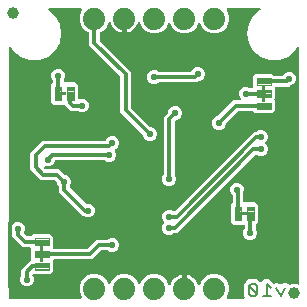
<source format=gbl>
G04 EAGLE Gerber RS-274X export*
G75*
%MOMM*%
%FSLAX34Y34*%
%LPD*%
%INBottom Copper*%
%IPPOS*%
%AMOC8*
5,1,8,0,0,1.08239X$1,22.5*%
G01*
%ADD10C,0.203200*%
%ADD11C,0.099059*%
%ADD12C,1.879600*%
%ADD13C,1.000000*%
%ADD14C,0.304800*%
%ADD15C,0.558800*%

G36*
X64899Y4081D02*
X64899Y4081D01*
X65013Y4091D01*
X65039Y4101D01*
X65067Y4105D01*
X65172Y4152D01*
X65279Y4193D01*
X65301Y4209D01*
X65326Y4221D01*
X65414Y4295D01*
X65505Y4364D01*
X65522Y4387D01*
X65543Y4404D01*
X65607Y4500D01*
X65676Y4592D01*
X65685Y4618D01*
X65701Y4641D01*
X65735Y4751D01*
X65776Y4858D01*
X65778Y4886D01*
X65786Y4912D01*
X65789Y5027D01*
X65799Y5141D01*
X65793Y5166D01*
X65794Y5196D01*
X65727Y5453D01*
X65723Y5469D01*
X63753Y10224D01*
X63753Y15176D01*
X65648Y19751D01*
X69149Y23252D01*
X73724Y25147D01*
X78676Y25147D01*
X83251Y23252D01*
X86752Y19751D01*
X87962Y16829D01*
X87977Y16804D01*
X87986Y16776D01*
X88049Y16681D01*
X88107Y16584D01*
X88128Y16564D01*
X88144Y16539D01*
X88231Y16466D01*
X88313Y16389D01*
X88339Y16375D01*
X88362Y16356D01*
X88465Y16310D01*
X88566Y16259D01*
X88595Y16253D01*
X88622Y16241D01*
X88734Y16225D01*
X88845Y16204D01*
X88874Y16206D01*
X88903Y16202D01*
X89015Y16218D01*
X89128Y16228D01*
X89155Y16239D01*
X89185Y16243D01*
X89288Y16289D01*
X89393Y16330D01*
X89417Y16348D01*
X89444Y16360D01*
X89530Y16433D01*
X89620Y16502D01*
X89638Y16525D01*
X89660Y16544D01*
X89702Y16611D01*
X89790Y16729D01*
X89812Y16788D01*
X89838Y16829D01*
X91048Y19751D01*
X94549Y23252D01*
X99124Y25147D01*
X104076Y25147D01*
X108651Y23252D01*
X112152Y19751D01*
X113362Y16829D01*
X113377Y16804D01*
X113386Y16776D01*
X113449Y16681D01*
X113507Y16584D01*
X113528Y16564D01*
X113544Y16539D01*
X113631Y16466D01*
X113713Y16389D01*
X113739Y16375D01*
X113762Y16356D01*
X113865Y16310D01*
X113966Y16259D01*
X113995Y16253D01*
X114022Y16241D01*
X114134Y16225D01*
X114245Y16204D01*
X114274Y16206D01*
X114303Y16202D01*
X114415Y16218D01*
X114528Y16228D01*
X114555Y16239D01*
X114585Y16243D01*
X114688Y16289D01*
X114793Y16330D01*
X114817Y16348D01*
X114844Y16360D01*
X114930Y16433D01*
X115020Y16502D01*
X115038Y16525D01*
X115060Y16544D01*
X115102Y16611D01*
X115190Y16729D01*
X115212Y16788D01*
X115238Y16829D01*
X116448Y19751D01*
X119949Y23252D01*
X124524Y25147D01*
X129476Y25147D01*
X134051Y23252D01*
X137552Y19751D01*
X139069Y16089D01*
X139104Y16029D01*
X139130Y15965D01*
X139176Y15907D01*
X139213Y15844D01*
X139263Y15796D01*
X139306Y15742D01*
X139366Y15699D01*
X139420Y15649D01*
X139481Y15617D01*
X139538Y15577D01*
X139607Y15552D01*
X139673Y15518D01*
X139740Y15505D01*
X139806Y15482D01*
X139879Y15478D01*
X139952Y15463D01*
X140020Y15469D01*
X140089Y15465D01*
X140161Y15481D01*
X140235Y15488D01*
X140299Y15513D01*
X140367Y15528D01*
X140431Y15563D01*
X140500Y15590D01*
X140555Y15631D01*
X140616Y15665D01*
X140668Y15717D01*
X140727Y15761D01*
X140768Y15817D01*
X140817Y15866D01*
X140846Y15921D01*
X140897Y15989D01*
X140938Y16097D01*
X140972Y16163D01*
X141336Y17283D01*
X142189Y18957D01*
X143294Y20478D01*
X144622Y21806D01*
X146143Y22911D01*
X147817Y23764D01*
X149604Y24345D01*
X150369Y24466D01*
X150369Y13716D01*
X150377Y13658D01*
X150375Y13600D01*
X150397Y13518D01*
X150409Y13435D01*
X150433Y13381D01*
X150447Y13325D01*
X150490Y13252D01*
X150525Y13175D01*
X150563Y13131D01*
X150593Y13080D01*
X150654Y13023D01*
X150709Y12958D01*
X150757Y12926D01*
X150800Y12886D01*
X150875Y12847D01*
X150945Y12801D01*
X151001Y12783D01*
X151053Y12756D01*
X151121Y12745D01*
X151216Y12715D01*
X151316Y12712D01*
X151384Y12701D01*
X153416Y12701D01*
X153474Y12709D01*
X153532Y12708D01*
X153614Y12729D01*
X153697Y12741D01*
X153751Y12765D01*
X153807Y12779D01*
X153880Y12822D01*
X153957Y12857D01*
X154002Y12895D01*
X154052Y12925D01*
X154110Y12986D01*
X154174Y13041D01*
X154206Y13089D01*
X154246Y13132D01*
X154285Y13207D01*
X154331Y13277D01*
X154349Y13333D01*
X154376Y13385D01*
X154387Y13453D01*
X154417Y13548D01*
X154420Y13648D01*
X154431Y13716D01*
X154431Y24466D01*
X155196Y24345D01*
X156983Y23764D01*
X158657Y22911D01*
X160178Y21806D01*
X161506Y20478D01*
X162611Y18957D01*
X163464Y17283D01*
X163828Y16163D01*
X163858Y16101D01*
X163879Y16035D01*
X163920Y15974D01*
X163953Y15908D01*
X163999Y15857D01*
X164038Y15799D01*
X164094Y15752D01*
X164143Y15697D01*
X164202Y15661D01*
X164255Y15616D01*
X164322Y15586D01*
X164385Y15547D01*
X164452Y15529D01*
X164515Y15501D01*
X164588Y15491D01*
X164659Y15471D01*
X164728Y15471D01*
X164797Y15462D01*
X164869Y15472D01*
X164943Y15473D01*
X165010Y15493D01*
X165078Y15502D01*
X165145Y15533D01*
X165216Y15554D01*
X165274Y15591D01*
X165337Y15620D01*
X165393Y15667D01*
X165455Y15707D01*
X165501Y15759D01*
X165553Y15804D01*
X165586Y15857D01*
X165643Y15921D01*
X165692Y16025D01*
X165731Y16089D01*
X167248Y19751D01*
X170749Y23252D01*
X175324Y25147D01*
X180276Y25147D01*
X184851Y23252D01*
X188352Y19751D01*
X190247Y15176D01*
X190247Y10224D01*
X188277Y5469D01*
X188248Y5357D01*
X188214Y5248D01*
X188213Y5220D01*
X188206Y5193D01*
X188209Y5079D01*
X188206Y4964D01*
X188213Y4937D01*
X188214Y4909D01*
X188249Y4800D01*
X188278Y4689D01*
X188292Y4665D01*
X188301Y4638D01*
X188365Y4543D01*
X188423Y4444D01*
X188444Y4425D01*
X188459Y4402D01*
X188547Y4328D01*
X188631Y4250D01*
X188655Y4237D01*
X188677Y4219D01*
X188781Y4173D01*
X188884Y4120D01*
X188908Y4116D01*
X188936Y4104D01*
X189200Y4067D01*
X189215Y4065D01*
X202610Y4065D01*
X202639Y4069D01*
X202669Y4066D01*
X202780Y4089D01*
X202892Y4105D01*
X202919Y4117D01*
X202947Y4122D01*
X203048Y4175D01*
X203151Y4221D01*
X203174Y4240D01*
X203200Y4253D01*
X203282Y4331D01*
X203368Y4404D01*
X203384Y4429D01*
X203406Y4449D01*
X203463Y4547D01*
X203526Y4641D01*
X203535Y4669D01*
X203550Y4694D01*
X203577Y4804D01*
X203612Y4912D01*
X203612Y4942D01*
X203620Y4970D01*
X203616Y5083D01*
X203619Y5196D01*
X203611Y5225D01*
X203611Y5254D01*
X203576Y5362D01*
X203547Y5471D01*
X203532Y5497D01*
X203523Y5525D01*
X203477Y5589D01*
X203402Y5716D01*
X203356Y5759D01*
X203328Y5798D01*
X202934Y6192D01*
X202934Y15102D01*
X202934Y16677D01*
X204416Y18159D01*
X204416Y18160D01*
X204980Y18723D01*
X207095Y20838D01*
X210233Y20838D01*
X210234Y20838D01*
X210536Y20838D01*
X210882Y20838D01*
X210883Y20838D01*
X214021Y20838D01*
X216067Y18792D01*
X216577Y18282D01*
X216623Y18247D01*
X216664Y18205D01*
X216737Y18162D01*
X216804Y18111D01*
X216859Y18091D01*
X216909Y18061D01*
X216991Y18040D01*
X217070Y18010D01*
X217128Y18005D01*
X217185Y17991D01*
X217269Y17994D01*
X217353Y17987D01*
X217410Y17998D01*
X217469Y18000D01*
X217549Y18026D01*
X217632Y18042D01*
X217684Y18069D01*
X217739Y18087D01*
X217796Y18127D01*
X217884Y18173D01*
X217956Y18242D01*
X218013Y18282D01*
X219356Y19626D01*
X220568Y20838D01*
X223936Y20838D01*
X225785Y18989D01*
X226614Y18160D01*
X226614Y18159D01*
X227621Y17152D01*
X227652Y17129D01*
X227677Y17101D01*
X227765Y17044D01*
X227849Y16981D01*
X227884Y16968D01*
X227916Y16947D01*
X228016Y16917D01*
X228114Y16880D01*
X228152Y16877D01*
X228188Y16866D01*
X228293Y16865D01*
X228398Y16856D01*
X228435Y16864D01*
X228472Y16863D01*
X228547Y16886D01*
X228676Y16912D01*
X228741Y16946D01*
X228793Y16962D01*
X230075Y17603D01*
X233625Y16419D01*
X233640Y16417D01*
X233654Y16410D01*
X233780Y16391D01*
X233905Y16368D01*
X233920Y16370D01*
X233935Y16367D01*
X234003Y16378D01*
X234187Y16396D01*
X234231Y16414D01*
X234267Y16419D01*
X237817Y17603D01*
X240708Y16157D01*
X240824Y16118D01*
X240940Y16075D01*
X240959Y16073D01*
X240977Y16067D01*
X241100Y16062D01*
X241223Y16052D01*
X241240Y16056D01*
X241261Y16055D01*
X241537Y16122D01*
X241544Y16126D01*
X241550Y16127D01*
X243509Y16939D01*
X246711Y16939D01*
X248531Y16185D01*
X248643Y16156D01*
X248752Y16121D01*
X248780Y16121D01*
X248807Y16114D01*
X248921Y16117D01*
X249036Y16114D01*
X249063Y16121D01*
X249091Y16122D01*
X249200Y16157D01*
X249311Y16186D01*
X249335Y16200D01*
X249362Y16208D01*
X249457Y16273D01*
X249556Y16331D01*
X249575Y16351D01*
X249598Y16367D01*
X249672Y16455D01*
X249750Y16538D01*
X249763Y16563D01*
X249781Y16584D01*
X249827Y16689D01*
X249880Y16792D01*
X249884Y16816D01*
X249896Y16844D01*
X249933Y17108D01*
X249935Y17123D01*
X249935Y216551D01*
X249933Y216571D01*
X249935Y216590D01*
X249913Y216711D01*
X249895Y216833D01*
X249887Y216851D01*
X249884Y216870D01*
X249829Y216980D01*
X249779Y217092D01*
X249767Y217107D01*
X249758Y217125D01*
X249675Y217216D01*
X249596Y217309D01*
X249579Y217320D01*
X249566Y217335D01*
X249461Y217399D01*
X249359Y217467D01*
X249340Y217473D01*
X249324Y217483D01*
X249205Y217516D01*
X249088Y217553D01*
X249068Y217553D01*
X249049Y217558D01*
X248927Y217557D01*
X248804Y217560D01*
X248785Y217555D01*
X248765Y217555D01*
X248647Y217519D01*
X248529Y217488D01*
X248512Y217478D01*
X248493Y217472D01*
X248390Y217406D01*
X248284Y217343D01*
X248271Y217329D01*
X248254Y217318D01*
X248208Y217261D01*
X248090Y217136D01*
X248066Y217090D01*
X248041Y217059D01*
X246185Y213844D01*
X240078Y208720D01*
X232586Y205993D01*
X224614Y205993D01*
X217122Y208720D01*
X211015Y213844D01*
X207029Y220749D01*
X205645Y228600D01*
X207029Y236451D01*
X211015Y243355D01*
X216720Y248142D01*
X216769Y248197D01*
X216825Y248245D01*
X216864Y248302D01*
X216910Y248354D01*
X216942Y248420D01*
X216983Y248481D01*
X217004Y248547D01*
X217034Y248610D01*
X217046Y248682D01*
X217068Y248752D01*
X217070Y248821D01*
X217082Y248890D01*
X217074Y248963D01*
X217076Y249036D01*
X217058Y249103D01*
X217051Y249172D01*
X217023Y249240D01*
X217004Y249311D01*
X216969Y249371D01*
X216942Y249435D01*
X216896Y249493D01*
X216859Y249556D01*
X216808Y249603D01*
X216765Y249657D01*
X216705Y249700D01*
X216651Y249750D01*
X216590Y249782D01*
X216533Y249822D01*
X216464Y249846D01*
X216398Y249880D01*
X216340Y249890D01*
X216265Y249916D01*
X216143Y249923D01*
X216067Y249935D01*
X189215Y249935D01*
X189101Y249919D01*
X188987Y249909D01*
X188961Y249899D01*
X188933Y249895D01*
X188828Y249848D01*
X188721Y249807D01*
X188699Y249791D01*
X188674Y249779D01*
X188586Y249705D01*
X188495Y249636D01*
X188478Y249613D01*
X188457Y249596D01*
X188393Y249500D01*
X188325Y249408D01*
X188315Y249382D01*
X188299Y249359D01*
X188265Y249249D01*
X188224Y249142D01*
X188222Y249114D01*
X188214Y249088D01*
X188211Y248973D01*
X188201Y248859D01*
X188207Y248834D01*
X188206Y248804D01*
X188273Y248547D01*
X188277Y248531D01*
X190247Y243776D01*
X190247Y238824D01*
X188352Y234249D01*
X184851Y230748D01*
X180276Y228853D01*
X175324Y228853D01*
X170749Y230748D01*
X167248Y234249D01*
X166038Y237171D01*
X166023Y237196D01*
X166014Y237224D01*
X165951Y237319D01*
X165893Y237416D01*
X165872Y237436D01*
X165856Y237461D01*
X165769Y237534D01*
X165687Y237611D01*
X165661Y237625D01*
X165638Y237644D01*
X165535Y237690D01*
X165434Y237741D01*
X165405Y237747D01*
X165378Y237759D01*
X165266Y237775D01*
X165155Y237796D01*
X165126Y237794D01*
X165097Y237798D01*
X164985Y237782D01*
X164872Y237772D01*
X164845Y237761D01*
X164815Y237757D01*
X164712Y237711D01*
X164607Y237670D01*
X164583Y237652D01*
X164556Y237640D01*
X164470Y237567D01*
X164380Y237498D01*
X164362Y237475D01*
X164340Y237456D01*
X164298Y237389D01*
X164210Y237271D01*
X164188Y237212D01*
X164162Y237171D01*
X162952Y234249D01*
X159451Y230748D01*
X154876Y228853D01*
X149924Y228853D01*
X145349Y230748D01*
X141848Y234249D01*
X140638Y237171D01*
X140623Y237196D01*
X140614Y237224D01*
X140551Y237319D01*
X140493Y237416D01*
X140472Y237436D01*
X140456Y237461D01*
X140369Y237534D01*
X140287Y237611D01*
X140261Y237625D01*
X140238Y237644D01*
X140135Y237690D01*
X140034Y237741D01*
X140005Y237747D01*
X139978Y237759D01*
X139866Y237775D01*
X139755Y237796D01*
X139726Y237794D01*
X139697Y237798D01*
X139585Y237782D01*
X139472Y237772D01*
X139445Y237761D01*
X139415Y237757D01*
X139312Y237711D01*
X139207Y237670D01*
X139183Y237652D01*
X139156Y237640D01*
X139070Y237567D01*
X138980Y237498D01*
X138962Y237475D01*
X138940Y237456D01*
X138898Y237389D01*
X138810Y237271D01*
X138788Y237212D01*
X138762Y237171D01*
X137552Y234249D01*
X134051Y230748D01*
X129476Y228853D01*
X124524Y228853D01*
X119949Y230748D01*
X116448Y234249D01*
X114931Y237911D01*
X114896Y237971D01*
X114870Y238035D01*
X114824Y238093D01*
X114787Y238156D01*
X114737Y238204D01*
X114694Y238258D01*
X114634Y238301D01*
X114580Y238351D01*
X114519Y238383D01*
X114462Y238423D01*
X114393Y238448D01*
X114327Y238482D01*
X114260Y238495D01*
X114194Y238518D01*
X114121Y238522D01*
X114048Y238537D01*
X113980Y238531D01*
X113911Y238535D01*
X113839Y238519D01*
X113765Y238512D01*
X113701Y238487D01*
X113633Y238472D01*
X113569Y238437D01*
X113500Y238410D01*
X113445Y238368D01*
X113384Y238335D01*
X113332Y238283D01*
X113273Y238239D01*
X113232Y238183D01*
X113183Y238134D01*
X113154Y238079D01*
X113103Y238011D01*
X113062Y237903D01*
X113028Y237837D01*
X112664Y236717D01*
X111811Y235043D01*
X110706Y233522D01*
X109378Y232194D01*
X107857Y231089D01*
X106183Y230236D01*
X104396Y229655D01*
X103631Y229534D01*
X103631Y240284D01*
X103623Y240342D01*
X103625Y240400D01*
X103603Y240482D01*
X103591Y240565D01*
X103567Y240619D01*
X103553Y240675D01*
X103510Y240748D01*
X103475Y240825D01*
X103437Y240869D01*
X103407Y240920D01*
X103346Y240977D01*
X103291Y241042D01*
X103243Y241074D01*
X103200Y241114D01*
X103125Y241153D01*
X103055Y241199D01*
X102999Y241217D01*
X102947Y241244D01*
X102879Y241255D01*
X102784Y241285D01*
X102684Y241288D01*
X102616Y241299D01*
X100584Y241299D01*
X100526Y241291D01*
X100468Y241292D01*
X100386Y241271D01*
X100303Y241259D01*
X100249Y241235D01*
X100193Y241221D01*
X100120Y241178D01*
X100043Y241143D01*
X99998Y241105D01*
X99948Y241075D01*
X99890Y241014D01*
X99826Y240959D01*
X99794Y240911D01*
X99754Y240868D01*
X99715Y240793D01*
X99669Y240723D01*
X99651Y240667D01*
X99624Y240615D01*
X99613Y240547D01*
X99583Y240452D01*
X99580Y240352D01*
X99569Y240284D01*
X99569Y229534D01*
X98804Y229655D01*
X97017Y230236D01*
X95343Y231089D01*
X93822Y232194D01*
X92494Y233522D01*
X91389Y235043D01*
X90536Y236717D01*
X90172Y237837D01*
X90142Y237899D01*
X90121Y237965D01*
X90080Y238026D01*
X90047Y238092D01*
X90001Y238143D01*
X89962Y238201D01*
X89906Y238248D01*
X89857Y238303D01*
X89798Y238339D01*
X89745Y238384D01*
X89678Y238414D01*
X89615Y238452D01*
X89548Y238471D01*
X89485Y238499D01*
X89412Y238509D01*
X89341Y238529D01*
X89272Y238529D01*
X89204Y238538D01*
X89131Y238528D01*
X89057Y238527D01*
X88990Y238507D01*
X88922Y238497D01*
X88855Y238467D01*
X88784Y238446D01*
X88726Y238409D01*
X88663Y238380D01*
X88607Y238333D01*
X88545Y238293D01*
X88499Y238241D01*
X88447Y238196D01*
X88414Y238143D01*
X88357Y238079D01*
X88308Y237975D01*
X88269Y237911D01*
X86752Y234249D01*
X83251Y230748D01*
X81399Y229981D01*
X81398Y229981D01*
X81397Y229980D01*
X81276Y229909D01*
X81155Y229837D01*
X81154Y229836D01*
X81152Y229835D01*
X81055Y229731D01*
X80959Y229630D01*
X80959Y229629D01*
X80958Y229628D01*
X80893Y229502D01*
X80829Y229378D01*
X80829Y229376D01*
X80828Y229375D01*
X80826Y229360D01*
X80774Y229099D01*
X80777Y229068D01*
X80773Y229043D01*
X80773Y223295D01*
X80780Y223247D01*
X80779Y223242D01*
X80781Y223237D01*
X80785Y223208D01*
X80788Y223121D01*
X80805Y223068D01*
X80813Y223013D01*
X80848Y222933D01*
X80875Y222850D01*
X80903Y222811D01*
X80929Y222754D01*
X81025Y222640D01*
X81070Y222577D01*
X107443Y196204D01*
X107443Y166145D01*
X107455Y166058D01*
X107458Y165971D01*
X107475Y165918D01*
X107483Y165863D01*
X107518Y165783D01*
X107545Y165700D01*
X107573Y165661D01*
X107599Y165604D01*
X107695Y165490D01*
X107740Y165427D01*
X123517Y149650D01*
X123587Y149598D01*
X123650Y149538D01*
X123700Y149512D01*
X123744Y149479D01*
X123826Y149448D01*
X123904Y149408D01*
X123951Y149400D01*
X124010Y149378D01*
X124157Y149366D01*
X124235Y149353D01*
X124352Y149353D01*
X126500Y148463D01*
X128143Y146820D01*
X129033Y144672D01*
X129033Y142348D01*
X128143Y140200D01*
X126500Y138557D01*
X124352Y137667D01*
X122028Y137667D01*
X119880Y138557D01*
X118237Y140200D01*
X117347Y142348D01*
X117347Y142465D01*
X117335Y142552D01*
X117332Y142639D01*
X117315Y142692D01*
X117307Y142747D01*
X117272Y142827D01*
X117245Y142910D01*
X117217Y142949D01*
X117191Y143006D01*
X117095Y143120D01*
X117050Y143183D01*
X98297Y161936D01*
X98297Y191995D01*
X98285Y192082D01*
X98282Y192169D01*
X98265Y192222D01*
X98257Y192277D01*
X98222Y192357D01*
X98195Y192440D01*
X98167Y192479D01*
X98141Y192536D01*
X98045Y192650D01*
X98000Y192713D01*
X71627Y219086D01*
X71627Y229043D01*
X71627Y229045D01*
X71627Y229047D01*
X71607Y229184D01*
X71587Y229325D01*
X71587Y229326D01*
X71587Y229328D01*
X71530Y229454D01*
X71471Y229584D01*
X71470Y229586D01*
X71469Y229587D01*
X71378Y229694D01*
X71288Y229801D01*
X71286Y229802D01*
X71285Y229803D01*
X71272Y229812D01*
X71051Y229959D01*
X71022Y229968D01*
X71001Y229981D01*
X69149Y230748D01*
X65648Y234249D01*
X63753Y238824D01*
X63753Y243776D01*
X65723Y248531D01*
X65752Y248643D01*
X65786Y248752D01*
X65787Y248780D01*
X65794Y248807D01*
X65791Y248921D01*
X65794Y249036D01*
X65787Y249063D01*
X65786Y249091D01*
X65751Y249200D01*
X65722Y249311D01*
X65708Y249335D01*
X65699Y249362D01*
X65635Y249457D01*
X65577Y249556D01*
X65556Y249575D01*
X65541Y249598D01*
X65453Y249672D01*
X65369Y249750D01*
X65345Y249763D01*
X65323Y249781D01*
X65219Y249827D01*
X65116Y249880D01*
X65092Y249884D01*
X65064Y249896D01*
X64800Y249933D01*
X64785Y249935D01*
X37933Y249935D01*
X37860Y249925D01*
X37786Y249925D01*
X37720Y249905D01*
X37651Y249895D01*
X37584Y249865D01*
X37514Y249845D01*
X37455Y249808D01*
X37392Y249779D01*
X37336Y249732D01*
X37274Y249692D01*
X37228Y249640D01*
X37175Y249596D01*
X37134Y249534D01*
X37085Y249479D01*
X37056Y249417D01*
X37017Y249359D01*
X36995Y249289D01*
X36964Y249222D01*
X36952Y249154D01*
X36932Y249088D01*
X36930Y249014D01*
X36918Y248942D01*
X36926Y248873D01*
X36924Y248804D01*
X36943Y248733D01*
X36952Y248659D01*
X36979Y248596D01*
X36996Y248529D01*
X37034Y248465D01*
X37062Y248398D01*
X37101Y248353D01*
X37141Y248284D01*
X37231Y248200D01*
X37280Y248142D01*
X42985Y243356D01*
X46971Y236451D01*
X48355Y228600D01*
X46971Y220749D01*
X42985Y213845D01*
X36878Y208720D01*
X29386Y205993D01*
X21414Y205993D01*
X13922Y208720D01*
X7815Y213844D01*
X5959Y217059D01*
X5947Y217074D01*
X5939Y217092D01*
X5860Y217186D01*
X5784Y217283D01*
X5768Y217294D01*
X5755Y217309D01*
X5653Y217378D01*
X5554Y217449D01*
X5535Y217456D01*
X5519Y217467D01*
X5401Y217504D01*
X5286Y217546D01*
X5266Y217547D01*
X5248Y217553D01*
X5125Y217556D01*
X5002Y217564D01*
X4983Y217559D01*
X4964Y217560D01*
X4845Y217529D01*
X4725Y217502D01*
X4707Y217493D01*
X4689Y217488D01*
X4583Y217426D01*
X4475Y217367D01*
X4461Y217353D01*
X4444Y217343D01*
X4360Y217253D01*
X4273Y217167D01*
X4263Y217150D01*
X4250Y217136D01*
X4194Y217026D01*
X4134Y216919D01*
X4129Y216900D01*
X4120Y216882D01*
X4108Y216810D01*
X4069Y216642D01*
X4071Y216591D01*
X4065Y216551D01*
X4065Y66090D01*
X4077Y66005D01*
X4079Y65919D01*
X4097Y65865D01*
X4105Y65809D01*
X4140Y65731D01*
X4166Y65649D01*
X4198Y65601D01*
X4221Y65550D01*
X4276Y65484D01*
X4324Y65413D01*
X4368Y65376D01*
X4404Y65333D01*
X4476Y65285D01*
X4542Y65230D01*
X4594Y65206D01*
X4641Y65175D01*
X4723Y65149D01*
X4802Y65114D01*
X4858Y65106D01*
X4912Y65089D01*
X4998Y65087D01*
X5083Y65075D01*
X5139Y65083D01*
X5196Y65082D01*
X5279Y65104D01*
X5365Y65116D01*
X5416Y65139D01*
X5471Y65154D01*
X5545Y65198D01*
X5624Y65233D01*
X5667Y65270D01*
X5716Y65299D01*
X5775Y65362D01*
X5840Y65417D01*
X5866Y65459D01*
X5910Y65506D01*
X5976Y65635D01*
X6018Y65702D01*
X6477Y66810D01*
X8120Y68453D01*
X10268Y69343D01*
X12592Y69343D01*
X14740Y68453D01*
X16383Y66810D01*
X17273Y64662D01*
X17273Y62338D01*
X16568Y60636D01*
X16567Y60634D01*
X16566Y60633D01*
X16533Y60501D01*
X16497Y60360D01*
X16497Y60359D01*
X16496Y60357D01*
X16501Y60216D01*
X16505Y60076D01*
X16505Y60075D01*
X16505Y60073D01*
X16549Y59939D01*
X16591Y59805D01*
X16592Y59804D01*
X16593Y59802D01*
X16601Y59790D01*
X16750Y59569D01*
X16773Y59549D01*
X16788Y59529D01*
X19123Y57194D01*
X19193Y57142D01*
X19256Y57082D01*
X19306Y57056D01*
X19350Y57023D01*
X19432Y56992D01*
X19510Y56952D01*
X19557Y56944D01*
X19616Y56922D01*
X19763Y56910D01*
X19841Y56897D01*
X22229Y56897D01*
X22315Y56909D01*
X22403Y56912D01*
X22456Y56929D01*
X22510Y56937D01*
X22590Y56972D01*
X22673Y56999D01*
X22713Y57027D01*
X22770Y57053D01*
X22883Y57149D01*
X22947Y57194D01*
X24427Y58675D01*
X39073Y58675D01*
X41149Y56599D01*
X41149Y47994D01*
X41144Y47989D01*
X41134Y47961D01*
X41118Y47937D01*
X41083Y47829D01*
X41043Y47723D01*
X41041Y47694D01*
X41032Y47666D01*
X41029Y47553D01*
X41020Y47440D01*
X41025Y47411D01*
X41025Y47382D01*
X41053Y47272D01*
X41075Y47161D01*
X41089Y47135D01*
X41096Y47107D01*
X41154Y47010D01*
X41206Y46909D01*
X41227Y46887D01*
X41242Y46862D01*
X41324Y46785D01*
X41402Y46703D01*
X41428Y46688D01*
X41449Y46668D01*
X41550Y46616D01*
X41647Y46559D01*
X41676Y46552D01*
X41702Y46538D01*
X41779Y46525D01*
X41923Y46489D01*
X41986Y46491D01*
X42033Y46483D01*
X70075Y46483D01*
X70162Y46495D01*
X70249Y46498D01*
X70302Y46515D01*
X70357Y46523D01*
X70437Y46558D01*
X70520Y46585D01*
X70559Y46613D01*
X70616Y46639D01*
X70730Y46735D01*
X70793Y46780D01*
X78116Y54103D01*
X87329Y54103D01*
X87416Y54115D01*
X87503Y54118D01*
X87556Y54135D01*
X87611Y54143D01*
X87691Y54178D01*
X87774Y54205D01*
X87813Y54233D01*
X87870Y54259D01*
X87984Y54355D01*
X88047Y54400D01*
X88130Y54483D01*
X90278Y55373D01*
X92602Y55373D01*
X94750Y54483D01*
X96393Y52840D01*
X97283Y50692D01*
X97283Y48368D01*
X96393Y46220D01*
X94750Y44577D01*
X92602Y43687D01*
X90278Y43687D01*
X88130Y44577D01*
X88047Y44660D01*
X87977Y44712D01*
X87914Y44772D01*
X87864Y44798D01*
X87820Y44831D01*
X87738Y44862D01*
X87660Y44902D01*
X87613Y44910D01*
X87554Y44932D01*
X87407Y44944D01*
X87329Y44957D01*
X82325Y44957D01*
X82238Y44945D01*
X82151Y44942D01*
X82098Y44925D01*
X82043Y44917D01*
X81963Y44882D01*
X81880Y44855D01*
X81841Y44827D01*
X81784Y44801D01*
X81670Y44705D01*
X81607Y44660D01*
X74284Y37337D01*
X42033Y37337D01*
X42004Y37333D01*
X41975Y37336D01*
X41864Y37313D01*
X41752Y37297D01*
X41725Y37285D01*
X41696Y37280D01*
X41595Y37227D01*
X41492Y37181D01*
X41470Y37162D01*
X41444Y37149D01*
X41362Y37071D01*
X41275Y36998D01*
X41259Y36973D01*
X41238Y36953D01*
X41181Y36855D01*
X41118Y36761D01*
X41109Y36733D01*
X41094Y36708D01*
X41066Y36598D01*
X41032Y36490D01*
X41031Y36460D01*
X41024Y36432D01*
X41028Y36319D01*
X41025Y36206D01*
X41032Y36177D01*
X41033Y36148D01*
X41068Y36040D01*
X41096Y35931D01*
X41111Y35905D01*
X41120Y35877D01*
X41149Y35838D01*
X41149Y27221D01*
X39073Y25145D01*
X24895Y25145D01*
X24781Y25129D01*
X24667Y25119D01*
X24641Y25109D01*
X24613Y25105D01*
X24508Y25058D01*
X24401Y25017D01*
X24379Y25001D01*
X24354Y24989D01*
X24266Y24915D01*
X24175Y24846D01*
X24158Y24823D01*
X24137Y24806D01*
X24073Y24710D01*
X24005Y24618D01*
X23995Y24592D01*
X23979Y24569D01*
X23945Y24459D01*
X23904Y24352D01*
X23902Y24324D01*
X23894Y24298D01*
X23891Y24183D01*
X23881Y24069D01*
X23887Y24044D01*
X23886Y24014D01*
X23953Y23757D01*
X23957Y23741D01*
X24893Y21482D01*
X24893Y19158D01*
X24003Y17010D01*
X22360Y15367D01*
X20212Y14477D01*
X17888Y14477D01*
X15740Y15367D01*
X14097Y17010D01*
X13207Y19158D01*
X13207Y21482D01*
X14097Y23630D01*
X14180Y23713D01*
X14232Y23783D01*
X14292Y23846D01*
X14318Y23896D01*
X14351Y23940D01*
X14382Y24022D01*
X14422Y24100D01*
X14430Y24147D01*
X14452Y24206D01*
X14464Y24353D01*
X14477Y24431D01*
X14477Y28564D01*
X19006Y33093D01*
X22232Y36319D01*
X22267Y36366D01*
X22310Y36406D01*
X22352Y36479D01*
X22403Y36546D01*
X22424Y36601D01*
X22453Y36651D01*
X22474Y36733D01*
X22504Y36812D01*
X22509Y36870D01*
X22523Y36927D01*
X22521Y37011D01*
X22528Y37095D01*
X22516Y37152D01*
X22514Y37211D01*
X22488Y37291D01*
X22472Y37374D01*
X22445Y37426D01*
X22427Y37481D01*
X22387Y37538D01*
X22351Y37606D01*
X22351Y46240D01*
X22356Y46245D01*
X22366Y46273D01*
X22382Y46297D01*
X22417Y46405D01*
X22457Y46511D01*
X22459Y46540D01*
X22468Y46568D01*
X22471Y46681D01*
X22480Y46794D01*
X22475Y46823D01*
X22475Y46852D01*
X22447Y46962D01*
X22425Y47073D01*
X22411Y47099D01*
X22404Y47127D01*
X22346Y47224D01*
X22294Y47325D01*
X22273Y47347D01*
X22258Y47372D01*
X22176Y47449D01*
X22098Y47531D01*
X22072Y47546D01*
X22051Y47566D01*
X21950Y47618D01*
X21853Y47675D01*
X21824Y47682D01*
X21798Y47696D01*
X21721Y47709D01*
X21577Y47745D01*
X21514Y47743D01*
X21467Y47751D01*
X15632Y47751D01*
X6857Y56526D01*
X6857Y59389D01*
X6845Y59476D01*
X6842Y59563D01*
X6825Y59616D01*
X6817Y59671D01*
X6782Y59751D01*
X6755Y59834D01*
X6727Y59873D01*
X6701Y59930D01*
X6605Y60044D01*
X6560Y60107D01*
X6477Y60190D01*
X6018Y61298D01*
X5974Y61372D01*
X5939Y61450D01*
X5902Y61494D01*
X5873Y61543D01*
X5811Y61602D01*
X5755Y61667D01*
X5708Y61699D01*
X5667Y61738D01*
X5590Y61777D01*
X5519Y61825D01*
X5465Y61842D01*
X5414Y61868D01*
X5330Y61885D01*
X5248Y61911D01*
X5191Y61912D01*
X5135Y61923D01*
X5050Y61916D01*
X4964Y61918D01*
X4909Y61904D01*
X4852Y61899D01*
X4771Y61868D01*
X4689Y61846D01*
X4640Y61817D01*
X4587Y61797D01*
X4518Y61745D01*
X4444Y61701D01*
X4405Y61660D01*
X4360Y61625D01*
X4308Y61556D01*
X4250Y61494D01*
X4224Y61443D01*
X4190Y61398D01*
X4159Y61317D01*
X4120Y61241D01*
X4112Y61192D01*
X4089Y61132D01*
X4078Y60987D01*
X4065Y60910D01*
X4065Y5080D01*
X4073Y5022D01*
X4071Y4964D01*
X4093Y4882D01*
X4105Y4798D01*
X4128Y4745D01*
X4143Y4689D01*
X4186Y4616D01*
X4221Y4539D01*
X4259Y4494D01*
X4288Y4444D01*
X4350Y4386D01*
X4404Y4322D01*
X4453Y4290D01*
X4496Y4250D01*
X4571Y4211D01*
X4641Y4164D01*
X4697Y4147D01*
X4749Y4120D01*
X4817Y4109D01*
X4912Y4079D01*
X5012Y4076D01*
X5080Y4065D01*
X64785Y4065D01*
X64899Y4081D01*
G37*
%LPC*%
G36*
X69958Y72897D02*
X69958Y72897D01*
X67810Y73787D01*
X67727Y73870D01*
X67657Y73922D01*
X67594Y73982D01*
X67544Y74008D01*
X67500Y74041D01*
X67418Y74072D01*
X67340Y74112D01*
X67293Y74120D01*
X67234Y74142D01*
X67087Y74154D01*
X67009Y74167D01*
X66686Y74167D01*
X46227Y94626D01*
X46227Y98759D01*
X46215Y98846D01*
X46212Y98933D01*
X46195Y98986D01*
X46187Y99041D01*
X46152Y99121D01*
X46125Y99204D01*
X46097Y99243D01*
X46071Y99300D01*
X45975Y99414D01*
X45930Y99477D01*
X45847Y99560D01*
X44957Y101708D01*
X44957Y101825D01*
X44945Y101912D01*
X44942Y101999D01*
X44925Y102052D01*
X44917Y102107D01*
X44882Y102187D01*
X44855Y102270D01*
X44827Y102309D01*
X44801Y102366D01*
X44705Y102480D01*
X44660Y102543D01*
X42853Y104350D01*
X42783Y104402D01*
X42720Y104462D01*
X42670Y104488D01*
X42626Y104521D01*
X42544Y104552D01*
X42466Y104592D01*
X42419Y104600D01*
X42360Y104622D01*
X42213Y104634D01*
X42135Y104647D01*
X31126Y104647D01*
X22097Y113676D01*
X22097Y127624D01*
X25073Y130600D01*
X29420Y134947D01*
X32396Y137923D01*
X85279Y137923D01*
X85281Y137923D01*
X85283Y137923D01*
X85422Y137943D01*
X85561Y137963D01*
X85562Y137963D01*
X85564Y137963D01*
X85690Y138020D01*
X85820Y138079D01*
X85822Y138080D01*
X85823Y138081D01*
X85928Y138170D01*
X86037Y138262D01*
X86038Y138264D01*
X86039Y138265D01*
X86048Y138278D01*
X86195Y138499D01*
X86204Y138528D01*
X86217Y138549D01*
X86487Y139200D01*
X88130Y140843D01*
X90278Y141733D01*
X92602Y141733D01*
X94750Y140843D01*
X96393Y139200D01*
X97283Y137052D01*
X97283Y134728D01*
X96393Y132580D01*
X94750Y130937D01*
X94178Y130700D01*
X94079Y130642D01*
X93977Y130589D01*
X93957Y130570D01*
X93933Y130556D01*
X93854Y130472D01*
X93771Y130393D01*
X93757Y130369D01*
X93738Y130349D01*
X93686Y130247D01*
X93627Y130148D01*
X93621Y130121D01*
X93608Y130096D01*
X93586Y129984D01*
X93557Y129872D01*
X93558Y129844D01*
X93553Y129817D01*
X93563Y129703D01*
X93566Y129588D01*
X93575Y129562D01*
X93577Y129534D01*
X93618Y129427D01*
X93654Y129317D01*
X93668Y129297D01*
X93679Y129269D01*
X93840Y129056D01*
X93849Y129044D01*
X93853Y129040D01*
X94743Y126892D01*
X94743Y124568D01*
X93853Y122420D01*
X92210Y120777D01*
X90062Y119887D01*
X87738Y119887D01*
X85590Y120777D01*
X85507Y120860D01*
X85437Y120912D01*
X85374Y120972D01*
X85324Y120998D01*
X85280Y121031D01*
X85198Y121062D01*
X85120Y121102D01*
X85073Y121110D01*
X85014Y121132D01*
X84867Y121144D01*
X84789Y121157D01*
X43517Y121157D01*
X43515Y121157D01*
X43513Y121157D01*
X43373Y121137D01*
X43235Y121117D01*
X43234Y121117D01*
X43232Y121117D01*
X43106Y121060D01*
X42976Y121001D01*
X42974Y121000D01*
X42973Y120999D01*
X42864Y120907D01*
X42759Y120818D01*
X42758Y120816D01*
X42757Y120815D01*
X42748Y120802D01*
X42601Y120581D01*
X42592Y120552D01*
X42579Y120531D01*
X41783Y118610D01*
X40140Y116967D01*
X37992Y116077D01*
X35668Y116077D01*
X35197Y116272D01*
X35113Y116294D01*
X35033Y116324D01*
X34976Y116329D01*
X34921Y116343D01*
X34835Y116341D01*
X34750Y116348D01*
X34694Y116337D01*
X34637Y116335D01*
X34555Y116309D01*
X34471Y116292D01*
X34421Y116266D01*
X34366Y116249D01*
X34295Y116201D01*
X34219Y116161D01*
X34178Y116122D01*
X34130Y116090D01*
X34075Y116025D01*
X34013Y115965D01*
X33984Y115916D01*
X33947Y115873D01*
X33912Y115794D01*
X33869Y115720D01*
X33855Y115665D01*
X33832Y115613D01*
X33820Y115528D01*
X33799Y115445D01*
X33801Y115388D01*
X33793Y115331D01*
X33805Y115246D01*
X33808Y115160D01*
X33825Y115106D01*
X33834Y115050D01*
X33869Y114972D01*
X33895Y114890D01*
X33924Y114850D01*
X33951Y114791D01*
X34045Y114681D01*
X34090Y114617D01*
X34617Y114090D01*
X34687Y114037D01*
X34750Y113978D01*
X34800Y113952D01*
X34844Y113919D01*
X34926Y113888D01*
X35004Y113848D01*
X35051Y113840D01*
X35110Y113818D01*
X35257Y113806D01*
X35335Y113793D01*
X46344Y113793D01*
X51127Y109010D01*
X51197Y108958D01*
X51260Y108898D01*
X51310Y108872D01*
X51354Y108839D01*
X51436Y108808D01*
X51514Y108768D01*
X51561Y108760D01*
X51620Y108738D01*
X51767Y108726D01*
X51845Y108713D01*
X51962Y108713D01*
X54110Y107823D01*
X55753Y106180D01*
X56643Y104032D01*
X56643Y101708D01*
X55753Y99560D01*
X55708Y99515D01*
X55673Y99468D01*
X55630Y99428D01*
X55588Y99355D01*
X55537Y99288D01*
X55516Y99233D01*
X55486Y99183D01*
X55466Y99101D01*
X55436Y99022D01*
X55431Y98964D01*
X55416Y98907D01*
X55419Y98823D01*
X55412Y98739D01*
X55424Y98681D01*
X55425Y98623D01*
X55451Y98543D01*
X55468Y98460D01*
X55495Y98408D01*
X55513Y98352D01*
X55553Y98296D01*
X55599Y98208D01*
X55668Y98135D01*
X55708Y98079D01*
X68945Y84842D01*
X68947Y84841D01*
X68948Y84839D01*
X69063Y84753D01*
X69172Y84671D01*
X69174Y84670D01*
X69175Y84669D01*
X69307Y84620D01*
X69438Y84570D01*
X69440Y84569D01*
X69441Y84569D01*
X69582Y84558D01*
X69721Y84546D01*
X69723Y84546D01*
X69725Y84546D01*
X69742Y84550D01*
X69905Y84583D01*
X72282Y84583D01*
X74430Y83693D01*
X76073Y82050D01*
X76963Y79902D01*
X76963Y77578D01*
X76073Y75430D01*
X74430Y73787D01*
X72282Y72897D01*
X69958Y72897D01*
G37*
%LPD*%
%LPC*%
G36*
X138538Y58419D02*
X138538Y58419D01*
X136390Y59309D01*
X134747Y60952D01*
X133857Y63100D01*
X133857Y65424D01*
X134747Y67572D01*
X135418Y68243D01*
X135453Y68290D01*
X135496Y68330D01*
X135539Y68403D01*
X135589Y68470D01*
X135610Y68525D01*
X135640Y68575D01*
X135660Y68657D01*
X135690Y68736D01*
X135695Y68794D01*
X135710Y68851D01*
X135707Y68935D01*
X135714Y69019D01*
X135702Y69077D01*
X135701Y69135D01*
X135675Y69215D01*
X135658Y69298D01*
X135631Y69350D01*
X135613Y69406D01*
X135573Y69462D01*
X135527Y69550D01*
X135458Y69623D01*
X135418Y69679D01*
X134747Y70350D01*
X133857Y72498D01*
X133857Y74822D01*
X134747Y76970D01*
X136390Y78613D01*
X138538Y79503D01*
X140862Y79503D01*
X143010Y78613D01*
X143055Y78568D01*
X143102Y78533D01*
X143142Y78490D01*
X143215Y78448D01*
X143282Y78397D01*
X143337Y78376D01*
X143387Y78346D01*
X143469Y78326D01*
X143548Y78296D01*
X143606Y78291D01*
X143663Y78276D01*
X143747Y78279D01*
X143831Y78272D01*
X143889Y78284D01*
X143947Y78285D01*
X144027Y78311D01*
X144110Y78328D01*
X144162Y78355D01*
X144218Y78373D01*
X144274Y78413D01*
X144362Y78459D01*
X144435Y78528D01*
X144491Y78568D01*
X211466Y145543D01*
X213059Y145543D01*
X213146Y145555D01*
X213233Y145558D01*
X213286Y145575D01*
X213341Y145583D01*
X213421Y145618D01*
X213504Y145645D01*
X213543Y145673D01*
X213600Y145699D01*
X213714Y145795D01*
X213777Y145840D01*
X213860Y145923D01*
X216008Y146813D01*
X218332Y146813D01*
X220480Y145923D01*
X222123Y144280D01*
X223013Y142132D01*
X223013Y139808D01*
X222123Y137660D01*
X221071Y136608D01*
X221036Y136561D01*
X220993Y136521D01*
X220951Y136448D01*
X220900Y136381D01*
X220879Y136326D01*
X220849Y136276D01*
X220829Y136194D01*
X220799Y136115D01*
X220794Y136057D01*
X220779Y136000D01*
X220782Y135916D01*
X220775Y135832D01*
X220787Y135774D01*
X220788Y135716D01*
X220814Y135636D01*
X220831Y135553D01*
X220858Y135501D01*
X220876Y135445D01*
X220916Y135389D01*
X220962Y135301D01*
X221031Y135228D01*
X221071Y135172D01*
X222123Y134120D01*
X223013Y131972D01*
X223013Y129648D01*
X222123Y127500D01*
X220480Y125857D01*
X218332Y124967D01*
X216008Y124967D01*
X213860Y125857D01*
X213815Y125902D01*
X213768Y125937D01*
X213728Y125980D01*
X213655Y126022D01*
X213588Y126073D01*
X213533Y126094D01*
X213483Y126124D01*
X213401Y126144D01*
X213322Y126174D01*
X213264Y126179D01*
X213207Y126194D01*
X213123Y126191D01*
X213039Y126198D01*
X212981Y126186D01*
X212923Y126185D01*
X212843Y126159D01*
X212760Y126142D01*
X212708Y126115D01*
X212652Y126097D01*
X212596Y126057D01*
X212508Y126011D01*
X212435Y125942D01*
X212379Y125902D01*
X149142Y62665D01*
X146166Y59689D01*
X143811Y59689D01*
X143724Y59677D01*
X143637Y59674D01*
X143584Y59657D01*
X143529Y59649D01*
X143449Y59614D01*
X143366Y59587D01*
X143327Y59559D01*
X143270Y59533D01*
X143156Y59437D01*
X143093Y59392D01*
X143010Y59309D01*
X140862Y58419D01*
X138538Y58419D01*
G37*
%LPD*%
%LPC*%
G36*
X180448Y147319D02*
X180448Y147319D01*
X178300Y148209D01*
X176657Y149852D01*
X175767Y152000D01*
X175767Y154324D01*
X176657Y156472D01*
X178300Y158115D01*
X180448Y159005D01*
X180565Y159005D01*
X180652Y159017D01*
X180739Y159020D01*
X180792Y159037D01*
X180847Y159045D01*
X180927Y159080D01*
X181010Y159107D01*
X181049Y159135D01*
X181106Y159161D01*
X181220Y159257D01*
X181283Y159302D01*
X193940Y171959D01*
X199597Y171959D01*
X199626Y171963D01*
X199656Y171960D01*
X199767Y171983D01*
X199879Y171999D01*
X199906Y172011D01*
X199934Y172016D01*
X200035Y172069D01*
X200138Y172115D01*
X200161Y172134D01*
X200187Y172147D01*
X200269Y172225D01*
X200355Y172298D01*
X200372Y172323D01*
X200393Y172343D01*
X200450Y172441D01*
X200513Y172535D01*
X200522Y172563D01*
X200537Y172588D01*
X200564Y172698D01*
X200599Y172806D01*
X200599Y172836D01*
X200607Y172864D01*
X200603Y172977D01*
X200606Y173090D01*
X200599Y173119D01*
X200598Y173148D01*
X200563Y173256D01*
X200534Y173365D01*
X200519Y173391D01*
X200510Y173419D01*
X200465Y173483D01*
X200389Y173610D01*
X200343Y173653D01*
X200315Y173692D01*
X199517Y174490D01*
X198627Y176638D01*
X198627Y178962D01*
X199517Y181110D01*
X201160Y182753D01*
X203308Y183643D01*
X205632Y183643D01*
X207780Y182753D01*
X207863Y182670D01*
X207933Y182618D01*
X207996Y182558D01*
X208046Y182532D01*
X208090Y182499D01*
X208172Y182468D01*
X208250Y182428D01*
X208297Y182420D01*
X208356Y182398D01*
X208503Y182386D01*
X208581Y182373D01*
X209427Y182373D01*
X209456Y182377D01*
X209485Y182374D01*
X209596Y182397D01*
X209708Y182413D01*
X209735Y182425D01*
X209764Y182430D01*
X209865Y182483D01*
X209968Y182529D01*
X209990Y182548D01*
X210016Y182561D01*
X210098Y182639D01*
X210185Y182712D01*
X210201Y182737D01*
X210222Y182757D01*
X210279Y182855D01*
X210342Y182949D01*
X210351Y182977D01*
X210366Y183002D01*
X210394Y183112D01*
X210428Y183220D01*
X210429Y183250D01*
X210436Y183278D01*
X210432Y183391D01*
X210435Y183504D01*
X210428Y183533D01*
X210427Y183562D01*
X210392Y183670D01*
X210364Y183779D01*
X210349Y183805D01*
X210340Y183833D01*
X210311Y183872D01*
X210311Y192489D01*
X212387Y194565D01*
X227033Y194565D01*
X228513Y193084D01*
X228583Y193032D01*
X228647Y192972D01*
X228696Y192946D01*
X228741Y192913D01*
X228822Y192882D01*
X228900Y192842D01*
X228948Y192834D01*
X229006Y192812D01*
X229154Y192800D01*
X229231Y192787D01*
X235245Y192787D01*
X235246Y192787D01*
X235248Y192787D01*
X235389Y192807D01*
X235526Y192827D01*
X235528Y192827D01*
X235529Y192827D01*
X235657Y192885D01*
X235786Y192943D01*
X235787Y192944D01*
X235788Y192945D01*
X235895Y193036D01*
X236003Y193126D01*
X236003Y193128D01*
X236005Y193129D01*
X236013Y193142D01*
X236160Y193363D01*
X236169Y193392D01*
X236183Y193413D01*
X236347Y193810D01*
X237990Y195453D01*
X240138Y196343D01*
X242462Y196343D01*
X244610Y195453D01*
X246253Y193810D01*
X247143Y191662D01*
X247143Y189338D01*
X246253Y187190D01*
X244610Y185547D01*
X242462Y184657D01*
X242345Y184657D01*
X242258Y184645D01*
X242171Y184642D01*
X242118Y184625D01*
X242063Y184617D01*
X241983Y184582D01*
X241900Y184555D01*
X241861Y184527D01*
X241804Y184501D01*
X241690Y184405D01*
X241627Y184360D01*
X240908Y183641D01*
X229993Y183641D01*
X229964Y183637D01*
X229935Y183640D01*
X229824Y183617D01*
X229712Y183601D01*
X229685Y183589D01*
X229656Y183584D01*
X229555Y183531D01*
X229452Y183485D01*
X229430Y183466D01*
X229404Y183453D01*
X229322Y183375D01*
X229235Y183302D01*
X229219Y183277D01*
X229198Y183257D01*
X229141Y183159D01*
X229078Y183065D01*
X229069Y183037D01*
X229054Y183012D01*
X229026Y182902D01*
X228992Y182794D01*
X228991Y182764D01*
X228984Y182736D01*
X228988Y182623D01*
X228985Y182510D01*
X228992Y182481D01*
X228993Y182452D01*
X229028Y182344D01*
X229056Y182235D01*
X229071Y182209D01*
X229080Y182181D01*
X229109Y182142D01*
X229109Y173525D01*
X228894Y173311D01*
X228878Y173289D01*
X228858Y173272D01*
X228841Y173247D01*
X228817Y173224D01*
X228774Y173151D01*
X228723Y173084D01*
X228712Y173053D01*
X228700Y173035D01*
X228693Y173012D01*
X228673Y172979D01*
X228652Y172897D01*
X228622Y172818D01*
X228619Y172779D01*
X228614Y172764D01*
X228614Y172745D01*
X228603Y172703D01*
X228606Y172619D01*
X228599Y172535D01*
X228607Y172492D01*
X228607Y172480D01*
X228610Y172466D01*
X228612Y172419D01*
X228638Y172339D01*
X228655Y172256D01*
X228676Y172214D01*
X228679Y172205D01*
X228684Y172195D01*
X228699Y172148D01*
X228739Y172092D01*
X228785Y172004D01*
X228819Y171968D01*
X228824Y171960D01*
X228849Y171937D01*
X228854Y171931D01*
X228894Y171875D01*
X229109Y171661D01*
X229109Y163111D01*
X227033Y161035D01*
X212387Y161035D01*
X210907Y162516D01*
X210837Y162568D01*
X210773Y162628D01*
X210724Y162654D01*
X210680Y162687D01*
X210598Y162718D01*
X210520Y162758D01*
X210472Y162766D01*
X210414Y162788D01*
X210266Y162800D01*
X210189Y162813D01*
X198149Y162813D01*
X198062Y162801D01*
X197975Y162798D01*
X197922Y162781D01*
X197867Y162773D01*
X197787Y162738D01*
X197704Y162711D01*
X197665Y162683D01*
X197608Y162657D01*
X197494Y162561D01*
X197431Y162516D01*
X187750Y152835D01*
X187698Y152765D01*
X187638Y152702D01*
X187612Y152652D01*
X187579Y152608D01*
X187548Y152526D01*
X187508Y152448D01*
X187500Y152401D01*
X187478Y152342D01*
X187466Y152195D01*
X187453Y152117D01*
X187453Y152000D01*
X186563Y149852D01*
X184920Y148209D01*
X182772Y147319D01*
X180448Y147319D01*
G37*
%LPD*%
%LPC*%
G36*
X207118Y53847D02*
X207118Y53847D01*
X204970Y54737D01*
X203327Y56380D01*
X202437Y58528D01*
X202437Y60852D01*
X203327Y63000D01*
X203410Y63083D01*
X203462Y63153D01*
X203522Y63216D01*
X203548Y63266D01*
X203581Y63310D01*
X203612Y63392D01*
X203652Y63470D01*
X203660Y63517D01*
X203682Y63576D01*
X203694Y63723D01*
X203707Y63801D01*
X203707Y65790D01*
X203703Y65821D01*
X203705Y65852D01*
X203697Y65895D01*
X203697Y65902D01*
X203689Y65933D01*
X203683Y65961D01*
X203667Y66071D01*
X203655Y66100D01*
X203648Y66131D01*
X203626Y66173D01*
X203625Y66177D01*
X203615Y66194D01*
X203597Y66229D01*
X203551Y66331D01*
X203531Y66355D01*
X203516Y66383D01*
X203481Y66419D01*
X203480Y66422D01*
X203469Y66432D01*
X203439Y66463D01*
X203368Y66548D01*
X203341Y66565D01*
X203320Y66588D01*
X203275Y66613D01*
X203272Y66616D01*
X203257Y66624D01*
X203223Y66644D01*
X203131Y66705D01*
X203101Y66715D01*
X203074Y66731D01*
X203025Y66743D01*
X203019Y66746D01*
X203000Y66749D01*
X202966Y66758D01*
X202860Y66791D01*
X202828Y66792D01*
X202798Y66800D01*
X202716Y66797D01*
X202688Y66801D01*
X193718Y66801D01*
X191642Y68877D01*
X191642Y83523D01*
X193123Y85003D01*
X193175Y85073D01*
X193235Y85137D01*
X193261Y85186D01*
X193294Y85231D01*
X193325Y85312D01*
X193365Y85390D01*
X193373Y85438D01*
X193395Y85496D01*
X193407Y85644D01*
X193420Y85721D01*
X193420Y91266D01*
X193408Y91353D01*
X193405Y91440D01*
X193388Y91493D01*
X193380Y91548D01*
X193345Y91628D01*
X193318Y91711D01*
X193290Y91750D01*
X193264Y91807D01*
X193168Y91921D01*
X193123Y91984D01*
X191897Y93210D01*
X191007Y95358D01*
X191007Y97682D01*
X191897Y99830D01*
X193540Y101473D01*
X195688Y102363D01*
X198012Y102363D01*
X200160Y101473D01*
X201803Y99830D01*
X202693Y97682D01*
X202693Y95358D01*
X202643Y95238D01*
X202635Y95208D01*
X202621Y95180D01*
X202608Y95103D01*
X202572Y94963D01*
X202574Y94898D01*
X202566Y94849D01*
X202566Y86483D01*
X202570Y86454D01*
X202567Y86425D01*
X202590Y86314D01*
X202606Y86202D01*
X202618Y86175D01*
X202623Y86146D01*
X202676Y86045D01*
X202722Y85942D01*
X202741Y85920D01*
X202754Y85894D01*
X202832Y85812D01*
X202905Y85725D01*
X202930Y85709D01*
X202950Y85688D01*
X203048Y85631D01*
X203142Y85568D01*
X203170Y85559D01*
X203195Y85544D01*
X203305Y85516D01*
X203413Y85482D01*
X203443Y85481D01*
X203471Y85474D01*
X203584Y85478D01*
X203697Y85475D01*
X203726Y85482D01*
X203755Y85483D01*
X203863Y85518D01*
X203972Y85546D01*
X203998Y85561D01*
X204026Y85570D01*
X204065Y85599D01*
X212682Y85599D01*
X214758Y83523D01*
X214758Y68877D01*
X213150Y67270D01*
X213098Y67200D01*
X213038Y67136D01*
X213012Y67087D01*
X212979Y67042D01*
X212948Y66961D01*
X212908Y66883D01*
X212900Y66835D01*
X212878Y66777D01*
X212866Y66629D01*
X212853Y66552D01*
X212853Y63801D01*
X212865Y63714D01*
X212868Y63627D01*
X212885Y63574D01*
X212893Y63519D01*
X212928Y63439D01*
X212955Y63356D01*
X212983Y63317D01*
X213009Y63260D01*
X213105Y63146D01*
X213150Y63083D01*
X213233Y63000D01*
X214123Y60852D01*
X214123Y58528D01*
X213233Y56380D01*
X211590Y54737D01*
X209442Y53847D01*
X207118Y53847D01*
G37*
%LPD*%
%LPC*%
G36*
X64878Y161797D02*
X64878Y161797D01*
X62730Y162687D01*
X62647Y162770D01*
X62577Y162822D01*
X62514Y162882D01*
X62464Y162908D01*
X62420Y162941D01*
X62338Y162972D01*
X62260Y163012D01*
X62213Y163020D01*
X62154Y163042D01*
X62007Y163054D01*
X61929Y163067D01*
X56526Y163067D01*
X51248Y168345D01*
X51201Y168381D01*
X51161Y168423D01*
X51088Y168466D01*
X51021Y168516D01*
X50966Y168537D01*
X50915Y168567D01*
X50834Y168588D01*
X50755Y168618D01*
X50697Y168622D01*
X50640Y168637D01*
X50555Y168634D01*
X50472Y168641D01*
X50414Y168630D01*
X50356Y168628D01*
X50275Y168602D01*
X50193Y168585D01*
X50141Y168558D01*
X50085Y168540D01*
X50029Y168500D01*
X49940Y168454D01*
X49885Y168401D01*
X41318Y168401D01*
X39242Y170477D01*
X39242Y185123D01*
X40850Y186730D01*
X40902Y186800D01*
X40962Y186864D01*
X40988Y186913D01*
X41021Y186958D01*
X41052Y187039D01*
X41092Y187117D01*
X41100Y187165D01*
X41122Y187223D01*
X41134Y187371D01*
X41147Y187448D01*
X41147Y188929D01*
X41135Y189016D01*
X41132Y189103D01*
X41115Y189156D01*
X41107Y189211D01*
X41072Y189291D01*
X41045Y189374D01*
X41017Y189413D01*
X40991Y189470D01*
X40895Y189584D01*
X40850Y189647D01*
X40767Y189730D01*
X39877Y191878D01*
X39877Y194202D01*
X40767Y196350D01*
X42410Y197993D01*
X44558Y198883D01*
X46882Y198883D01*
X49030Y197993D01*
X50673Y196350D01*
X51563Y194202D01*
X51563Y191878D01*
X50673Y189730D01*
X50590Y189647D01*
X50538Y189577D01*
X50478Y189514D01*
X50452Y189464D01*
X50419Y189420D01*
X50388Y189338D01*
X50348Y189260D01*
X50340Y189213D01*
X50318Y189154D01*
X50306Y189007D01*
X50293Y188929D01*
X50293Y188210D01*
X50297Y188179D01*
X50295Y188148D01*
X50303Y188105D01*
X50303Y188098D01*
X50311Y188067D01*
X50317Y188039D01*
X50333Y187929D01*
X50345Y187900D01*
X50352Y187869D01*
X50374Y187827D01*
X50375Y187823D01*
X50385Y187806D01*
X50403Y187771D01*
X50449Y187669D01*
X50469Y187645D01*
X50484Y187617D01*
X50519Y187581D01*
X50520Y187578D01*
X50531Y187568D01*
X50561Y187537D01*
X50632Y187452D01*
X50659Y187435D01*
X50680Y187412D01*
X50725Y187387D01*
X50728Y187384D01*
X50743Y187376D01*
X50777Y187356D01*
X50869Y187295D01*
X50899Y187285D01*
X50926Y187269D01*
X50975Y187257D01*
X50981Y187254D01*
X51000Y187251D01*
X51034Y187242D01*
X51140Y187209D01*
X51172Y187208D01*
X51202Y187200D01*
X51284Y187203D01*
X51312Y187199D01*
X60282Y187199D01*
X62358Y185123D01*
X62358Y173958D01*
X62374Y173845D01*
X62384Y173730D01*
X62394Y173704D01*
X62398Y173677D01*
X62445Y173572D01*
X62486Y173465D01*
X62502Y173443D01*
X62514Y173417D01*
X62588Y173330D01*
X62657Y173238D01*
X62680Y173222D01*
X62697Y173200D01*
X62793Y173137D01*
X62885Y173068D01*
X62911Y173058D01*
X62934Y173043D01*
X63044Y173008D01*
X63151Y172968D01*
X63179Y172965D01*
X63205Y172957D01*
X63320Y172954D01*
X63434Y172945D01*
X63459Y172951D01*
X63489Y172950D01*
X63746Y173017D01*
X63762Y173020D01*
X64878Y173483D01*
X67202Y173483D01*
X69350Y172593D01*
X70993Y170950D01*
X71883Y168802D01*
X71883Y166478D01*
X70993Y164330D01*
X69350Y162687D01*
X67202Y161797D01*
X64878Y161797D01*
G37*
%LPD*%
%LPC*%
G36*
X138538Y99567D02*
X138538Y99567D01*
X136390Y100457D01*
X134747Y102100D01*
X133857Y104248D01*
X133857Y106572D01*
X134747Y108720D01*
X134830Y108803D01*
X134882Y108873D01*
X134942Y108936D01*
X134968Y108986D01*
X135001Y109030D01*
X135032Y109112D01*
X135072Y109190D01*
X135080Y109237D01*
X135102Y109296D01*
X135114Y109443D01*
X135127Y109521D01*
X135127Y158104D01*
X138640Y161617D01*
X138692Y161687D01*
X138752Y161750D01*
X138778Y161800D01*
X138811Y161844D01*
X138842Y161926D01*
X138882Y162004D01*
X138890Y162051D01*
X138912Y162110D01*
X138924Y162257D01*
X138937Y162335D01*
X138937Y162452D01*
X139827Y164600D01*
X141470Y166243D01*
X143618Y167133D01*
X145942Y167133D01*
X148090Y166243D01*
X149733Y164600D01*
X150623Y162452D01*
X150623Y160128D01*
X149733Y157980D01*
X148090Y156337D01*
X145942Y155447D01*
X145825Y155447D01*
X145738Y155435D01*
X145651Y155432D01*
X145598Y155415D01*
X145543Y155407D01*
X145463Y155372D01*
X145380Y155345D01*
X145341Y155317D01*
X145284Y155291D01*
X145170Y155195D01*
X145107Y155150D01*
X144570Y154613D01*
X144518Y154543D01*
X144458Y154480D01*
X144432Y154430D01*
X144399Y154386D01*
X144368Y154304D01*
X144328Y154226D01*
X144320Y154179D01*
X144298Y154120D01*
X144286Y153973D01*
X144273Y153895D01*
X144273Y109521D01*
X144285Y109434D01*
X144288Y109347D01*
X144305Y109294D01*
X144313Y109239D01*
X144348Y109159D01*
X144375Y109076D01*
X144403Y109037D01*
X144429Y108980D01*
X144525Y108866D01*
X144570Y108803D01*
X144653Y108720D01*
X145543Y106572D01*
X145543Y104248D01*
X144653Y102100D01*
X143010Y100457D01*
X140862Y99567D01*
X138538Y99567D01*
G37*
%LPD*%
%LPC*%
G36*
X125838Y185927D02*
X125838Y185927D01*
X123690Y186817D01*
X122047Y188460D01*
X121157Y190608D01*
X121157Y192932D01*
X122047Y195080D01*
X123690Y196723D01*
X125838Y197613D01*
X128162Y197613D01*
X130310Y196723D01*
X130393Y196640D01*
X130463Y196588D01*
X130526Y196528D01*
X130576Y196502D01*
X130620Y196469D01*
X130702Y196438D01*
X130780Y196398D01*
X130827Y196390D01*
X130886Y196368D01*
X131033Y196356D01*
X131111Y196343D01*
X157669Y196343D01*
X157671Y196343D01*
X157673Y196343D01*
X157812Y196363D01*
X157951Y196383D01*
X157952Y196383D01*
X157954Y196383D01*
X158080Y196440D01*
X158210Y196499D01*
X158212Y196500D01*
X158213Y196501D01*
X158318Y196590D01*
X158427Y196682D01*
X158428Y196684D01*
X158429Y196685D01*
X158438Y196698D01*
X158585Y196919D01*
X158594Y196948D01*
X158607Y196969D01*
X158877Y197620D01*
X160520Y199263D01*
X162668Y200153D01*
X164992Y200153D01*
X167140Y199263D01*
X168783Y197620D01*
X169673Y195472D01*
X169673Y193148D01*
X168783Y191000D01*
X167140Y189357D01*
X164992Y188467D01*
X164875Y188467D01*
X164788Y188455D01*
X164701Y188452D01*
X164648Y188435D01*
X164593Y188427D01*
X164513Y188392D01*
X164430Y188365D01*
X164391Y188337D01*
X164334Y188311D01*
X164220Y188215D01*
X164157Y188170D01*
X163184Y187197D01*
X131111Y187197D01*
X131024Y187185D01*
X130937Y187182D01*
X130884Y187165D01*
X130829Y187157D01*
X130749Y187122D01*
X130666Y187095D01*
X130627Y187067D01*
X130570Y187041D01*
X130456Y186945D01*
X130393Y186900D01*
X130310Y186817D01*
X128162Y185927D01*
X125838Y185927D01*
G37*
%LPD*%
G36*
X220999Y170701D02*
X220999Y170701D01*
X221021Y170704D01*
X221028Y170720D01*
X221037Y170726D01*
X221036Y170736D01*
X221043Y170752D01*
X221043Y184849D01*
X221031Y184867D01*
X221027Y184890D01*
X221012Y184897D01*
X221006Y184906D01*
X220996Y184904D01*
X220980Y184911D01*
X218440Y184911D01*
X218421Y184899D01*
X218399Y184896D01*
X218392Y184880D01*
X218383Y184874D01*
X218384Y184864D01*
X218377Y184849D01*
X218377Y170752D01*
X218389Y170733D01*
X218393Y170710D01*
X218408Y170703D01*
X218414Y170694D01*
X218424Y170696D01*
X218440Y170689D01*
X220980Y170689D01*
X220999Y170701D01*
G37*
G36*
X33039Y34811D02*
X33039Y34811D01*
X33061Y34814D01*
X33068Y34830D01*
X33077Y34836D01*
X33076Y34846D01*
X33083Y34862D01*
X33083Y48959D01*
X33071Y48977D01*
X33067Y49000D01*
X33052Y49007D01*
X33046Y49016D01*
X33036Y49014D01*
X33020Y49021D01*
X30480Y49021D01*
X30461Y49009D01*
X30439Y49006D01*
X30432Y48990D01*
X30423Y48984D01*
X30424Y48974D01*
X30417Y48959D01*
X30417Y34862D01*
X30429Y34843D01*
X30433Y34820D01*
X30448Y34813D01*
X30454Y34804D01*
X30464Y34806D01*
X30480Y34799D01*
X33020Y34799D01*
X33039Y34811D01*
G37*
G36*
X52660Y176479D02*
X52660Y176479D01*
X52683Y176483D01*
X52690Y176498D01*
X52699Y176504D01*
X52697Y176514D01*
X52704Y176530D01*
X52704Y179070D01*
X52692Y179089D01*
X52689Y179111D01*
X52673Y179118D01*
X52667Y179127D01*
X52657Y179126D01*
X52642Y179133D01*
X43815Y179133D01*
X43796Y179121D01*
X43774Y179117D01*
X43767Y179102D01*
X43758Y179096D01*
X43759Y179086D01*
X43752Y179070D01*
X43752Y176530D01*
X43764Y176511D01*
X43768Y176489D01*
X43783Y176482D01*
X43789Y176473D01*
X43799Y176474D01*
X43815Y176467D01*
X52642Y176467D01*
X52660Y176479D01*
G37*
G36*
X210204Y74879D02*
X210204Y74879D01*
X210226Y74883D01*
X210233Y74898D01*
X210242Y74904D01*
X210241Y74914D01*
X210248Y74930D01*
X210248Y77470D01*
X210236Y77489D01*
X210232Y77511D01*
X210217Y77518D01*
X210211Y77527D01*
X210201Y77526D01*
X210185Y77533D01*
X201359Y77533D01*
X201340Y77521D01*
X201317Y77517D01*
X201310Y77502D01*
X201301Y77496D01*
X201303Y77486D01*
X201296Y77470D01*
X201296Y74930D01*
X201308Y74911D01*
X201311Y74889D01*
X201327Y74882D01*
X201333Y74873D01*
X201343Y74874D01*
X201359Y74867D01*
X210185Y74867D01*
X210204Y74879D01*
G37*
D10*
X237505Y13214D02*
X233946Y6096D01*
X230387Y13214D01*
X225811Y13214D02*
X222252Y16773D01*
X222252Y6096D01*
X225811Y6096D02*
X218693Y6096D01*
X214117Y7876D02*
X214117Y14994D01*
X212338Y16773D01*
X208778Y16773D01*
X206999Y14994D01*
X206999Y7876D01*
X208778Y6096D01*
X212338Y6096D01*
X214117Y7876D01*
X206999Y14994D01*
D11*
X37605Y28689D02*
X37605Y34303D01*
X37605Y28689D02*
X25895Y28689D01*
X25895Y34303D01*
X37605Y34303D01*
X37605Y29630D02*
X25895Y29630D01*
X25895Y30571D02*
X37605Y30571D01*
X37605Y31512D02*
X25895Y31512D01*
X25895Y32453D02*
X37605Y32453D01*
X37605Y33394D02*
X25895Y33394D01*
X37605Y39103D02*
X37605Y44717D01*
X37605Y39103D02*
X25895Y39103D01*
X25895Y44717D01*
X37605Y44717D01*
X37605Y40044D02*
X25895Y40044D01*
X25895Y40985D02*
X37605Y40985D01*
X37605Y41926D02*
X25895Y41926D01*
X25895Y42867D02*
X37605Y42867D01*
X37605Y43808D02*
X25895Y43808D01*
X37605Y49517D02*
X37605Y55131D01*
X37605Y49517D02*
X25895Y49517D01*
X25895Y55131D01*
X37605Y55131D01*
X37605Y50458D02*
X25895Y50458D01*
X25895Y51399D02*
X37605Y51399D01*
X37605Y52340D02*
X25895Y52340D01*
X25895Y53281D02*
X37605Y53281D01*
X37605Y54222D02*
X25895Y54222D01*
D12*
X152400Y12700D03*
X127000Y12700D03*
X101600Y12700D03*
X76200Y12700D03*
D13*
X7620Y246380D03*
X245110Y8890D03*
D11*
X48400Y171945D02*
X42786Y171945D01*
X42786Y183655D01*
X48400Y183655D01*
X48400Y171945D01*
X48400Y172886D02*
X42786Y172886D01*
X42786Y173827D02*
X48400Y173827D01*
X48400Y174768D02*
X42786Y174768D01*
X42786Y175709D02*
X48400Y175709D01*
X48400Y176650D02*
X42786Y176650D01*
X42786Y177591D02*
X48400Y177591D01*
X48400Y178532D02*
X42786Y178532D01*
X42786Y179473D02*
X48400Y179473D01*
X48400Y180414D02*
X42786Y180414D01*
X42786Y181355D02*
X48400Y181355D01*
X48400Y182296D02*
X42786Y182296D01*
X42786Y183237D02*
X48400Y183237D01*
X53200Y171945D02*
X58814Y171945D01*
X53200Y171945D02*
X53200Y183655D01*
X58814Y183655D01*
X58814Y171945D01*
X58814Y172886D02*
X53200Y172886D01*
X53200Y173827D02*
X58814Y173827D01*
X58814Y174768D02*
X53200Y174768D01*
X53200Y175709D02*
X58814Y175709D01*
X58814Y176650D02*
X53200Y176650D01*
X53200Y177591D02*
X58814Y177591D01*
X58814Y178532D02*
X53200Y178532D01*
X53200Y179473D02*
X58814Y179473D01*
X58814Y180414D02*
X53200Y180414D01*
X53200Y181355D02*
X58814Y181355D01*
X58814Y182296D02*
X53200Y182296D01*
X53200Y183237D02*
X58814Y183237D01*
D12*
X101600Y241300D03*
X127000Y241300D03*
X152400Y241300D03*
X177800Y241300D03*
D11*
X205600Y82055D02*
X211214Y82055D01*
X211214Y70345D01*
X205600Y70345D01*
X205600Y82055D01*
X205600Y71286D02*
X211214Y71286D01*
X211214Y72227D02*
X205600Y72227D01*
X205600Y73168D02*
X211214Y73168D01*
X211214Y74109D02*
X205600Y74109D01*
X205600Y75050D02*
X211214Y75050D01*
X211214Y75991D02*
X205600Y75991D01*
X205600Y76932D02*
X211214Y76932D01*
X211214Y77873D02*
X205600Y77873D01*
X205600Y78814D02*
X211214Y78814D01*
X211214Y79755D02*
X205600Y79755D01*
X205600Y80696D02*
X211214Y80696D01*
X211214Y81637D02*
X205600Y81637D01*
X200800Y82055D02*
X195186Y82055D01*
X200800Y82055D02*
X200800Y70345D01*
X195186Y70345D01*
X195186Y82055D01*
X195186Y71286D02*
X200800Y71286D01*
X200800Y72227D02*
X195186Y72227D01*
X195186Y73168D02*
X200800Y73168D01*
X200800Y74109D02*
X195186Y74109D01*
X195186Y75050D02*
X200800Y75050D01*
X200800Y75991D02*
X195186Y75991D01*
X195186Y76932D02*
X200800Y76932D01*
X200800Y77873D02*
X195186Y77873D01*
X195186Y78814D02*
X200800Y78814D01*
X200800Y79755D02*
X195186Y79755D01*
X195186Y80696D02*
X200800Y80696D01*
X200800Y81637D02*
X195186Y81637D01*
D12*
X177800Y12700D03*
X76200Y241300D03*
D11*
X213855Y191021D02*
X213855Y185407D01*
X213855Y191021D02*
X225565Y191021D01*
X225565Y185407D01*
X213855Y185407D01*
X213855Y186348D02*
X225565Y186348D01*
X225565Y187289D02*
X213855Y187289D01*
X213855Y188230D02*
X225565Y188230D01*
X225565Y189171D02*
X213855Y189171D01*
X213855Y190112D02*
X225565Y190112D01*
X213855Y180607D02*
X213855Y174993D01*
X213855Y180607D02*
X225565Y180607D01*
X225565Y174993D01*
X213855Y174993D01*
X213855Y175934D02*
X225565Y175934D01*
X225565Y176875D02*
X213855Y176875D01*
X213855Y177816D02*
X225565Y177816D01*
X225565Y178757D02*
X213855Y178757D01*
X213855Y179698D02*
X225565Y179698D01*
X213855Y170193D02*
X213855Y164579D01*
X213855Y170193D02*
X225565Y170193D01*
X225565Y164579D01*
X213855Y164579D01*
X213855Y165520D02*
X225565Y165520D01*
X225565Y166461D02*
X213855Y166461D01*
X213855Y167402D02*
X225565Y167402D01*
X225565Y168343D02*
X213855Y168343D01*
X213855Y169284D02*
X225565Y169284D01*
D14*
X56007Y170053D02*
X56007Y177800D01*
X58420Y167640D02*
X66040Y167640D01*
X58420Y167640D02*
X56007Y170053D01*
D15*
X66040Y167640D03*
D14*
X72390Y41910D02*
X31750Y41910D01*
X80010Y49530D02*
X91440Y49530D01*
D15*
X91440Y49530D03*
D14*
X80010Y49530D02*
X72390Y41910D01*
D15*
X38100Y142240D03*
X215900Y111760D03*
X91440Y187960D03*
X76200Y87630D03*
X182880Y80010D03*
X160020Y105410D03*
X218440Y157480D03*
X12700Y82550D03*
X48260Y82550D03*
X88900Y38100D03*
X48260Y50800D03*
X196850Y19050D03*
X139700Y38100D03*
X139700Y50800D03*
X234950Y127000D03*
X114300Y215900D03*
X165100Y215900D03*
X161290Y137160D03*
X63500Y228600D03*
X63500Y203200D03*
X48260Y24130D03*
X10160Y8890D03*
X92710Y147320D03*
X171450Y124460D03*
X88900Y63500D03*
X76200Y171450D03*
X207010Y203200D03*
D14*
X10160Y8890D02*
X4699Y14351D01*
X4699Y68199D02*
X10160Y73660D01*
X39370Y73660D02*
X48260Y82550D01*
X4699Y68199D02*
X4699Y14351D01*
X10160Y73660D02*
X39370Y73660D01*
D15*
X190500Y38100D03*
X12700Y127000D03*
X114300Y203200D03*
X127000Y124460D03*
X64770Y148590D03*
X19050Y20320D03*
D14*
X19050Y26670D02*
X23876Y31496D01*
X19050Y26670D02*
X19050Y20320D01*
X23876Y31496D02*
X31750Y31496D01*
D15*
X11430Y63500D03*
D14*
X11430Y58420D01*
X17526Y52324D02*
X31750Y52324D01*
X17526Y52324D02*
X11430Y58420D01*
D15*
X45720Y193040D03*
D14*
X45720Y177927D01*
X45593Y177800D01*
X40640Y125730D02*
X36830Y121920D01*
D15*
X36830Y121920D03*
X88900Y125730D03*
D14*
X40640Y125730D01*
X26670Y125730D02*
X26670Y115570D01*
X33020Y109220D01*
X44450Y109220D02*
X50800Y102870D01*
X44450Y109220D02*
X33020Y109220D01*
D15*
X50800Y102870D03*
X91440Y135890D03*
D14*
X88900Y133350D01*
X34290Y133350D01*
X26670Y125730D01*
D15*
X71120Y78740D03*
D14*
X68580Y78740D01*
X50800Y96520D01*
X50800Y102870D01*
D15*
X208280Y59690D03*
D14*
X208280Y76073D01*
X208407Y76200D01*
X197993Y76200D02*
X197993Y95377D01*
X196850Y96520D01*
D15*
X196850Y96520D03*
X204470Y177800D03*
D14*
X219710Y177800D01*
D15*
X139700Y105410D03*
D14*
X139700Y156210D01*
X144780Y161290D01*
D15*
X144780Y161290D03*
X127000Y191770D03*
D14*
X161290Y191770D01*
X163830Y194310D01*
D15*
X163830Y194310D03*
X123190Y143510D03*
D14*
X102870Y163830D01*
X102870Y194310D02*
X76200Y220980D01*
X76200Y241300D01*
X102870Y194310D02*
X102870Y163830D01*
X219710Y188214D02*
X239014Y188214D01*
X241300Y190500D01*
D15*
X241300Y190500D03*
X181610Y153162D03*
D14*
X195834Y167386D02*
X219710Y167386D01*
X195834Y167386D02*
X181610Y153162D01*
D15*
X139700Y64262D03*
D14*
X144272Y64262D01*
X210820Y130810D02*
X217170Y130810D01*
D15*
X217170Y130810D03*
D14*
X210820Y130810D02*
X144272Y64262D01*
D15*
X139700Y73660D03*
D14*
X146050Y73660D01*
X213360Y140970D02*
X217170Y140970D01*
X213360Y140970D02*
X146050Y73660D01*
D15*
X217170Y140970D03*
M02*

</source>
